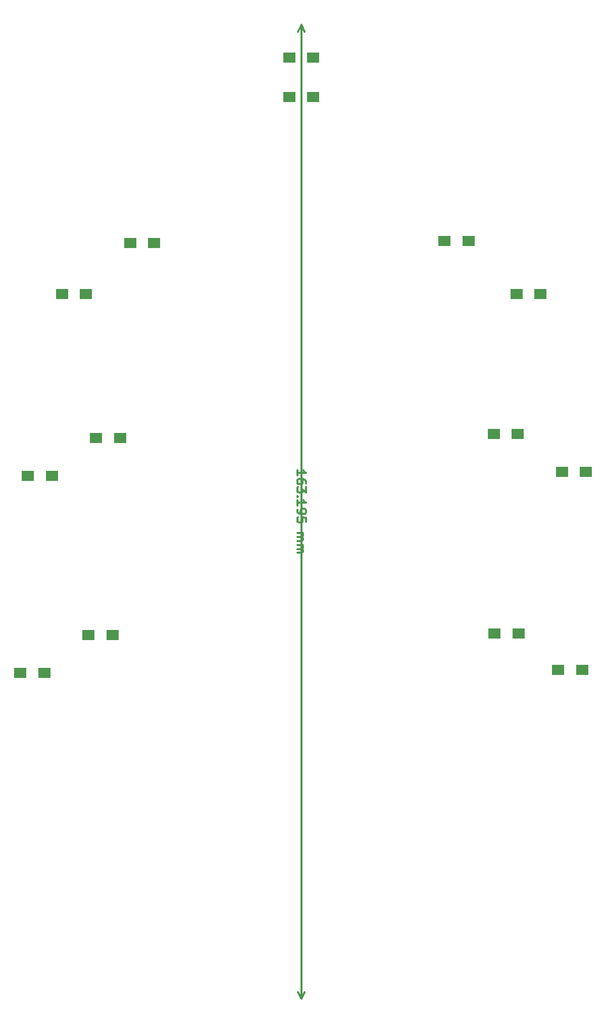
<source format=gbr>
G04 #@! TF.FileFunction,Paste,Bot*
%FSLAX46Y46*%
G04 Gerber Fmt 4.6, Leading zero omitted, Abs format (unit mm)*
G04 Created by KiCad (PCBNEW 4.0.6) date Saturday, November 11, 2017 'PMt' 03:03:55 PM*
%MOMM*%
%LPD*%
G01*
G04 APERTURE LIST*
%ADD10C,0.100000*%
%ADD11C,0.300000*%
%ADD12R,2.000000X1.700000*%
G04 APERTURE END LIST*
D10*
D11*
X94571429Y-95211073D02*
X94571429Y-94353930D01*
X94571429Y-94782502D02*
X96071429Y-94782502D01*
X95857143Y-94639645D01*
X95714286Y-94496787D01*
X95642857Y-94353930D01*
X96071429Y-96496787D02*
X96071429Y-96211073D01*
X96000000Y-96068216D01*
X95928571Y-95996787D01*
X95714286Y-95853930D01*
X95428571Y-95782501D01*
X94857143Y-95782501D01*
X94714286Y-95853930D01*
X94642857Y-95925358D01*
X94571429Y-96068216D01*
X94571429Y-96353930D01*
X94642857Y-96496787D01*
X94714286Y-96568216D01*
X94857143Y-96639644D01*
X95214286Y-96639644D01*
X95357143Y-96568216D01*
X95428571Y-96496787D01*
X95500000Y-96353930D01*
X95500000Y-96068216D01*
X95428571Y-95925358D01*
X95357143Y-95853930D01*
X95214286Y-95782501D01*
X96071429Y-97139644D02*
X96071429Y-98068215D01*
X95500000Y-97568215D01*
X95500000Y-97782501D01*
X95428571Y-97925358D01*
X95357143Y-97996787D01*
X95214286Y-98068215D01*
X94857143Y-98068215D01*
X94714286Y-97996787D01*
X94642857Y-97925358D01*
X94571429Y-97782501D01*
X94571429Y-97353929D01*
X94642857Y-97211072D01*
X94714286Y-97139644D01*
X94714286Y-98711072D02*
X94642857Y-98782500D01*
X94571429Y-98711072D01*
X94642857Y-98639643D01*
X94714286Y-98711072D01*
X94571429Y-98711072D01*
X94571429Y-100211072D02*
X94571429Y-99353929D01*
X94571429Y-99782501D02*
X96071429Y-99782501D01*
X95857143Y-99639644D01*
X95714286Y-99496786D01*
X95642857Y-99353929D01*
X94571429Y-100925357D02*
X94571429Y-101211072D01*
X94642857Y-101353929D01*
X94714286Y-101425357D01*
X94928571Y-101568215D01*
X95214286Y-101639643D01*
X95785714Y-101639643D01*
X95928571Y-101568215D01*
X96000000Y-101496786D01*
X96071429Y-101353929D01*
X96071429Y-101068215D01*
X96000000Y-100925357D01*
X95928571Y-100853929D01*
X95785714Y-100782500D01*
X95428571Y-100782500D01*
X95285714Y-100853929D01*
X95214286Y-100925357D01*
X95142857Y-101068215D01*
X95142857Y-101353929D01*
X95214286Y-101496786D01*
X95285714Y-101568215D01*
X95428571Y-101639643D01*
X96071429Y-102996786D02*
X96071429Y-102282500D01*
X95357143Y-102211071D01*
X95428571Y-102282500D01*
X95500000Y-102425357D01*
X95500000Y-102782500D01*
X95428571Y-102925357D01*
X95357143Y-102996786D01*
X95214286Y-103068214D01*
X94857143Y-103068214D01*
X94714286Y-102996786D01*
X94642857Y-102925357D01*
X94571429Y-102782500D01*
X94571429Y-102425357D01*
X94642857Y-102282500D01*
X94714286Y-102211071D01*
X94571429Y-104853928D02*
X95571429Y-104853928D01*
X95428571Y-104853928D02*
X95500000Y-104925356D01*
X95571429Y-105068214D01*
X95571429Y-105282499D01*
X95500000Y-105425356D01*
X95357143Y-105496785D01*
X94571429Y-105496785D01*
X95357143Y-105496785D02*
X95500000Y-105568214D01*
X95571429Y-105711071D01*
X95571429Y-105925356D01*
X95500000Y-106068214D01*
X95357143Y-106139642D01*
X94571429Y-106139642D01*
X94571429Y-106853928D02*
X95571429Y-106853928D01*
X95428571Y-106853928D02*
X95500000Y-106925356D01*
X95571429Y-107068214D01*
X95571429Y-107282499D01*
X95500000Y-107425356D01*
X95357143Y-107496785D01*
X94571429Y-107496785D01*
X95357143Y-107496785D02*
X95500000Y-107568214D01*
X95571429Y-107711071D01*
X95571429Y-107925356D01*
X95500000Y-108068214D01*
X95357143Y-108139642D01*
X94571429Y-108139642D01*
X95250000Y-19685000D02*
X95250000Y-182880000D01*
X95250000Y-19685000D02*
X95250000Y-19685000D01*
X95250000Y-182880000D02*
X95250000Y-182880000D01*
X95250000Y-182880000D02*
X94663579Y-181753496D01*
X95250000Y-182880000D02*
X95836421Y-181753496D01*
X95250000Y-19685000D02*
X94663579Y-20811504D01*
X95250000Y-19685000D02*
X95836421Y-20811504D01*
D12*
X135350000Y-64770000D03*
X131350000Y-64770000D03*
X49435000Y-95250000D03*
X53435000Y-95250000D03*
X138335000Y-127762000D03*
X142335000Y-127762000D03*
X55150000Y-64770000D03*
X59150000Y-64770000D03*
X138970000Y-94615000D03*
X142970000Y-94615000D03*
X48165000Y-128270000D03*
X52165000Y-128270000D03*
X123285000Y-55880000D03*
X119285000Y-55880000D03*
X60865000Y-88900000D03*
X64865000Y-88900000D03*
X131667000Y-121666000D03*
X127667000Y-121666000D03*
X66580000Y-56261000D03*
X70580000Y-56261000D03*
X131540000Y-88265000D03*
X127540000Y-88265000D03*
X59595000Y-121920000D03*
X63595000Y-121920000D03*
X93250000Y-31750000D03*
X97250000Y-31750000D03*
X93250000Y-25146000D03*
X97250000Y-25146000D03*
M02*

</source>
